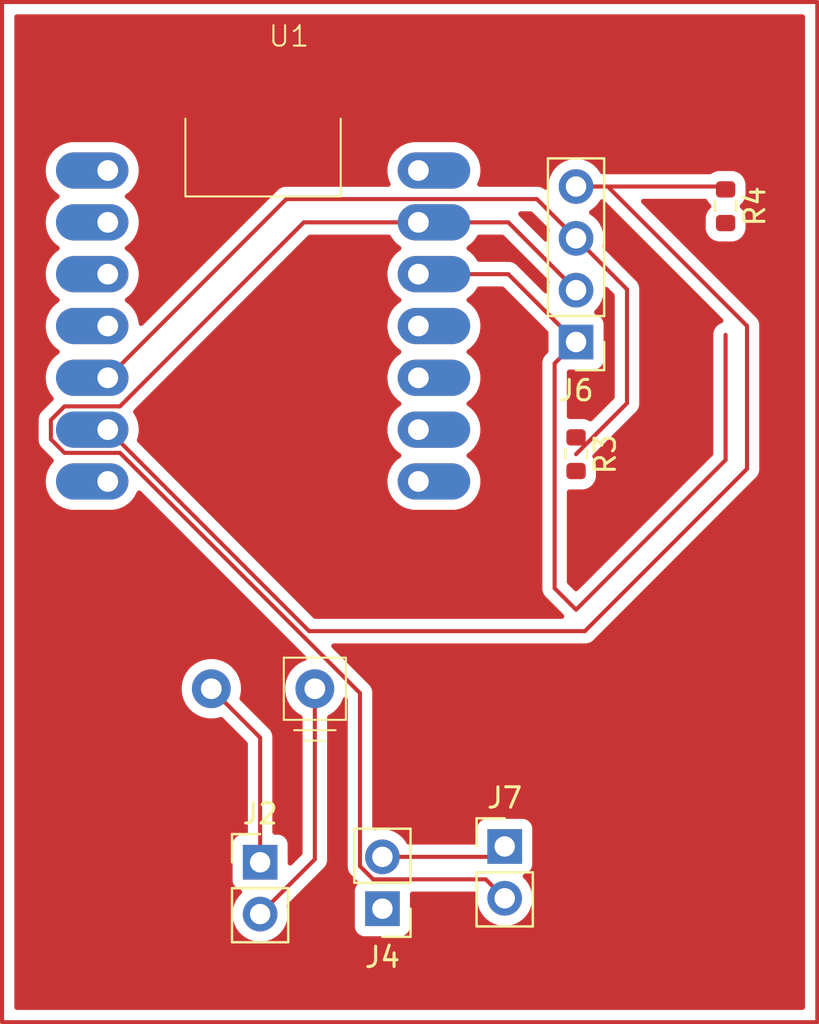
<source format=kicad_pcb>
(kicad_pcb (version 20241229) (generator "pcbnew") (generator_version "9.0")
  (title_block (title "Pet Activity & Proximity Tracker(Sensor PCB)") (date "2026-02-04") (rev "v0.1(draft)") (company "TECHIN514 - Mengqi Shi"))
  (layers (0 "F.Cu" signal) (2 "B.Cu" signal) (13 "F.Paste" user) (15 "B.Paste" user) (5 "F.SilkS" user "F.Silkscreen") (7 "B.SilkS" user "B.Silkscreen") (1 "F.Mask" user) (3 "B.Mask" user) (25 "Edge.Cuts" user))
  (net 0 "")
  (net 1 "Net-(J2-VBAT)")
  (net 2 "Net-(J2-GND)")
  (net 3 "Net-(J4-3V3)")
  (net 4 "Net-(J6-SCL)")
  (net 5 "Net-(J6-GND)")
  (net 6 "Net-(J6-SDA)")
  (footprint "Connector_PinHeader_2.54mm:PinHeader_1x02_P2.54mm_Vertical" (layer "F.Cu") (at 229.064661 153.604 180)
    (property "Reference" "J4" (at 0 -2.38 0) (layer "F.SilkS"))
    (property "Value" "J_LDO")
    (fp_line (start 1.38 1.27) (end 1.38 3.92) (stroke (width 0.12)) (layer "F.SilkS"))
    (fp_line (start -1.38 3.92) (end 1.38 3.92) (stroke (width 0.12)) (layer "F.SilkS"))
    (fp_line (start -1.38 1.27) (end 1.38 1.27) (stroke (width 0.12)) (layer "F.SilkS"))
    (fp_line (start -1.38 1.27) (end -1.38 3.92) (stroke (width 0.12)) (layer "F.SilkS"))
    (fp_line (start -1.38 0) (end -1.38 -1.38) (stroke (width 0.12)) (layer "F.SilkS"))
    (fp_line (start -1.38 -1.38) (end 0 -1.38) (stroke (width 0.12)) (layer "F.SilkS"))
    (pad "1" thru_hole rect (at 0 0 180) (size 1.7 1.7) (drill 1) (layers "*.Cu" "*.Mask") (net 1 "Net-(J2-VBAT)"))
    (pad "2" thru_hole circle (at 0 2.54 180) (size 1.7 1.7) (drill 1) (layers "*.Cu" "*.Mask") (net 3 "Net-(J4-3V3)"))
  )
  (footprint "Connector_PinHeader_2.54mm:PinHeader_1x02_P2.54mm_Vertical" (layer "F.Cu") (at 235.064661 150.554)
    (property "Reference" "J7" (at 0 -2.38 0) (layer "F.SilkS"))
    (property "Value" "J_PWR")
    (fp_line (start -1.38 -1.38) (end 0 -1.38) (stroke (width 0.12)) (layer "F.SilkS"))
    (fp_line (start -1.38 0) (end -1.38 -1.38) (stroke (width 0.12)) (layer "F.SilkS"))
    (fp_line (start -1.38 1.27) (end -1.38 3.92) (stroke (width 0.12)) (layer "F.SilkS"))
    (fp_line (start -1.38 1.27) (end 1.38 1.27) (stroke (width 0.12)) (layer "F.SilkS"))
    (fp_line (start -1.38 3.92) (end 1.38 3.92) (stroke (width 0.12)) (layer "F.SilkS"))
    (fp_line (start 1.38 1.27) (end 1.38 3.92) (stroke (width 0.12)) (layer "F.SilkS"))
    (pad "1" thru_hole rect (at 0 0) (size 1.7 1.7) (drill 1) (layers "*.Cu" "*.Mask") (net 3 "Net-(J4-3V3)"))
    (pad "2" thru_hole circle (at 0 2.54) (size 1.7 1.7) (drill 1) (layers "*.Cu" "*.Mask") (net 5 "Net-(J6-GND)"))
  )
  (footprint "Resistor_SMD:R_0603_1608Metric" (layer "F.Cu") (at 245.902161 119.175 -90)
    (property "Reference" "R4" (at 0 -1.43 270) (layer "F.SilkS"))
    (property "Value" "4.7kOhm")
    (fp_line (start -0.237258 0.5225) (end 0.237258 0.5225) (stroke (width 0.12)) (layer "F.SilkS"))
    (fp_line (start -0.237258 -0.5225) (end 0.237258 -0.5225) (stroke (width 0.12)) (layer "F.SilkS"))
    (pad "1" smd roundrect (at -0.825 0 270) (size 0.8 0.95) (layers "F.Cu" "F.Mask" "F.Paste") (net 4 "Net-(J6-SCL)"))
    (pad "2" smd roundrect (at 0.825 0 270) (size 0.8 0.95) (layers "F.Cu" "F.Mask" "F.Paste") (net 3 "Net-(J4-3V3)"))
  )
  (footprint "Resistor_SMD:R_0603_1608Metric" (layer "F.Cu") (at 238.564661 131.329 -90)
    (property "Reference" "R3" (at 0 -1.43 270) (layer "F.SilkS"))
    (property "Value" "4.7kOhm")
    (fp_line (start -0.237258 0.5225) (end 0.237258 0.5225) (stroke (width 0.12)) (layer "F.SilkS"))
    (fp_line (start -0.237258 -0.5225) (end 0.237258 -0.5225) (stroke (width 0.12)) (layer "F.SilkS"))
    (pad "1" smd roundrect (at -0.825 0 270) (size 0.8 0.95) (layers "F.Cu" "F.Mask" "F.Paste") (net 6 "Net-(J6-SDA)"))
    (pad "2" smd roundrect (at 0.825 0 270) (size 0.8 0.95) (layers "F.Cu" "F.Mask" "F.Paste") (net 3 "Net-(J4-3V3)"))
  )
  (footprint "ESP32footprint:XIAO_ESP32" (layer "F.Cu") (at 223.209661 125.044)
    (property "Reference" "U1" (at 1.27 -14.2 0) (layer "F.SilkS") (effects (font (thickness 0.1))))
    (property "Value" "~")
    (fp_line (start -3.81 -10.16) (end -3.81 -6.35) (stroke (width 0.1)) (layer "F.SilkS"))
    (fp_line (start -3.81 -6.35) (end 3.81 -6.35) (stroke (width 0.1)) (layer "F.SilkS"))
    (fp_line (start 1.016 16.256) (end 4.064 16.256) (stroke (width 0.1)) (layer "F.SilkS"))
    (fp_line (start 1.016 19.304) (end 1.016 16.256) (stroke (width 0.1)) (layer "F.SilkS"))
    (fp_line (start 1.524 19.812) (end 3.556 19.812) (stroke (width 0.1)) (layer "F.SilkS"))
    (fp_line (start 2.032 20.32) (end 3.048 20.32) (stroke (width 0.1)) (layer "F.SilkS"))
    (fp_line (start 3.81 -6.35) (end 3.81 -10.16) (stroke (width 0.1)) (layer "F.SilkS"))
    (fp_line (start 4.064 16.256) (end 4.064 19.304) (stroke (width 0.1)) (layer "F.SilkS"))
    (fp_line (start 4.064 19.304) (end 1.016 19.304) (stroke (width 0.1)) (layer "F.SilkS"))
    (pad "1" thru_hole oval (at -7.62 -7.62) (size 3.556 1.778) (drill 1.016 (offset -0.762 0)) (layers "*.Cu" "*.Mask"))
    (pad "2" thru_hole oval (at -7.62 -5.08) (size 3.556 1.778) (drill 1.016 (offset -0.762 0)) (layers "*.Cu" "*.Mask"))
    (pad "3" thru_hole oval (at -7.62 -2.54) (size 3.556 1.778) (drill 1.016 (offset -0.762 0)) (layers "*.Cu" "*.Mask"))
    (pad "4" thru_hole oval (at -7.62 0) (size 3.556 1.778) (drill 1.016 (offset -0.762 0)) (layers "*.Cu" "*.Mask"))
    (pad "5" thru_hole oval (at -7.62 2.54) (size 3.556 1.778) (drill 1.016 (offset -0.762 0)) (layers "*.Cu" "*.Mask") (net 6 "Net-(J6-SDA)"))
    (pad "6" thru_hole oval (at -7.62 5.08) (size 3.556 1.778) (drill 1.016 (offset -0.762 0)) (layers "*.Cu" "*.Mask") (net 4 "Net-(J6-SCL)"))
    (pad "7" thru_hole oval (at -7.62 7.62) (size 3.556 1.778) (drill 1.016 (offset -0.762 0)) (layers "*.Cu" "*.Mask"))
    (pad "8" thru_hole oval (at 7.62 7.62) (size 3.556 1.778) (drill 1.016 (offset 0.762 0)) (layers "*.Cu" "*.Mask"))
    (pad "9" thru_hole oval (at 7.62 5.08) (size 3.556 1.778) (drill 1.016 (offset 0.762 0)) (layers "*.Cu" "*.Mask"))
    (pad "10" thru_hole oval (at 7.62 2.54) (size 3.556 1.778) (drill 1.016 (offset 0.762 0)) (layers "*.Cu" "*.Mask"))
    (pad "11" thru_hole oval (at 7.62 0) (size 3.556 1.778) (drill 1.016 (offset 0.762 0)) (layers "*.Cu" "*.Mask"))
    (pad "12" thru_hole oval (at 7.62 -2.54) (size 3.556 1.778) (drill 1.016 (offset 0.762 0)) (layers "*.Cu" "*.Mask") (net 3 "Net-(J4-3V3)"))
    (pad "13" thru_hole oval (at 7.62 -5.08) (size 3.556 1.778) (drill 1.016 (offset 0.762 0)) (layers "*.Cu" "*.Mask") (net 5 "Net-(J6-GND)"))
    (pad "14" thru_hole oval (at 7.62 -7.62) (size 3.556 1.778) (drill 1.016 (offset 0.762 0)) (layers "*.Cu" "*.Mask"))
    (pad "15" thru_hole circle (at -2.54 17.78) (size 1.905 1.905) (drill 1.016) (layers "*.Cu" "*.Mask") (net 1 "Net-(J2-VBAT)"))
    (pad "16" thru_hole circle (at 2.54 17.78) (size 1.905 1.905) (drill 1.016) (layers "*.Cu" "*.Mask") (net 2 "Net-(J2-GND)"))
  )
  (footprint "Connector_PinHeader_2.54mm:PinHeader_1x04_P2.54mm_Vertical" (layer "F.Cu") (at 238.564661 125.829 180)
    (property "Reference" "J6" (at 0 -2.38 0) (layer "F.SilkS"))
    (property "Value" "J_IMU")
    (fp_line (start 1.38 1.27) (end 1.38 9) (stroke (width 0.12)) (layer "F.SilkS"))
    (fp_line (start -1.38 9) (end 1.38 9) (stroke (width 0.12)) (layer "F.SilkS"))
    (fp_line (start -1.38 1.27) (end 1.38 1.27) (stroke (width 0.12)) (layer "F.SilkS"))
    (fp_line (start -1.38 1.27) (end -1.38 9) (stroke (width 0.12)) (layer "F.SilkS"))
    (fp_line (start -1.38 0) (end -1.38 -1.38) (stroke (width 0.12)) (layer "F.SilkS"))
    (fp_line (start -1.38 -1.38) (end 0 -1.38) (stroke (width 0.12)) (layer "F.SilkS"))
    (pad "1" thru_hole rect (at 0 0 180) (size 1.7 1.7) (drill 1) (layers "*.Cu" "*.Mask") (net 3 "Net-(J4-3V3)"))
    (pad "2" thru_hole circle (at 0 2.54 180) (size 1.7 1.7) (drill 1) (layers "*.Cu" "*.Mask") (net 5 "Net-(J6-GND)"))
    (pad "3" thru_hole circle (at 0 5.08 180) (size 1.7 1.7) (drill 1) (layers "*.Cu" "*.Mask") (net 6 "Net-(J6-SDA)"))
    (pad "4" thru_hole circle (at 0 7.62 180) (size 1.7 1.7) (drill 1) (layers "*.Cu" "*.Mask") (net 4 "Net-(J6-SCL)"))
  )
  (footprint "Connector_PinHeader_2.54mm:PinHeader_1x02_P2.54mm_Vertical" (layer "F.Cu") (at 223.064661 151.329)
    (property "Reference" "J2" (at 0 -2.38 0) (layer "F.SilkS"))
    (property "Value" "J_BAT")
    (fp_line (start -1.38 -1.38) (end 0 -1.38) (stroke (width 0.12)) (layer "F.SilkS"))
    (fp_line (start -1.38 0) (end -1.38 -1.38) (stroke (width 0.12)) (layer "F.SilkS"))
    (fp_line (start -1.38 1.27) (end -1.38 3.92) (stroke (width 0.12)) (layer "F.SilkS"))
    (fp_line (start -1.38 1.27) (end 1.38 1.27) (stroke (width 0.12)) (layer "F.SilkS"))
    (fp_line (start -1.38 3.92) (end 1.38 3.92) (stroke (width 0.12)) (layer "F.SilkS"))
    (fp_line (start 1.38 1.27) (end 1.38 3.92) (stroke (width 0.12)) (layer "F.SilkS"))
    (pad "1" thru_hole rect (at 0 0) (size 1.7 1.7) (drill 1) (layers "*.Cu" "*.Mask") (net 1 "Net-(J2-VBAT)"))
    (pad "2" thru_hole circle (at 0 2.54) (size 1.7 1.7) (drill 1) (layers "*.Cu" "*.Mask") (net 2 "Net-(J2-GND)"))
  )
  (gr_rect (start 210.402161 109.1665) (end 250.402161 159.1665) (stroke (width 0.2)) (fill no) (layer "F.Cu"))
  (segment (start 223.064661 151.329) (end 223.064661 145.219) (width 0.2) (layer "F.Cu") (net 1))
  (segment (start 223.064661 145.219) (end 220.669661 142.824) (width 0.2) (layer "F.Cu") (net 1))
  (segment (start 223.064661 153.869) (end 225.749661 151.184) (width 0.2) (layer "F.Cu") (net 2))
  (segment (start 225.749661 151.184) (end 225.749661 142.824) (width 0.2) (layer "F.Cu") (net 2))
  (segment (start 245.902161 131.6115) (end 238.564661 138.949) (width 0.2) (layer "F.Cu") (net 3))
  (segment (start 230.829661 122.504) (end 235.239661 122.504) (width 0.2) (layer "F.Cu") (net 3))
  (segment (start 235.239661 122.504) (end 238.564661 125.829) (width 0.2) (layer "F.Cu") (net 3))
  (segment (start 237.513661 137.898) (end 237.513661 126.88) (width 0.2) (layer "F.Cu") (net 3))
  (segment (start 238.564661 138.949) (end 237.513661 137.898) (width 0.2) (layer "F.Cu") (net 3))
  (segment (start 229.064661 151.064) (end 234.554661 151.064) (width 0.2) (layer "F.Cu") (net 3))
  (segment (start 234.554661 151.064) (end 235.064661 150.554) (width 0.2) (layer "F.Cu") (net 3))
  (segment (start 237.513661 126.88) (end 238.564661 125.829) (width 0.2) (layer "F.Cu") (net 3))
  (segment (start 245.902161 125.4765) (end 245.902161 131.6115) (width 0.2) (layer "F.Cu") (net 3))
  (segment (start 245.761161 118.209) (end 245.902161 118.35) (width 0.2) (layer "F.Cu") (net 4))
  (segment (start 238.564661 118.209) (end 240.121 118.209) (width 0.2) (layer "F.Cu") (net 4))
  (segment (start 246.953161 132.046839) (end 239 140) (width 0.2) (layer "F.Cu") (net 4))
  (segment (start 238.564661 118.209) (end 245.761161 118.209) (width 0.2) (layer "F.Cu") (net 4))
  (segment (start 239 140) (end 225.465661 140) (width 0.2) (layer "F.Cu") (net 4))
  (segment (start 240.121 118.209) (end 246.953161 125.041161) (width 0.2) (layer "F.Cu") (net 4))
  (segment (start 225.465661 140) (end 215.589661 130.124) (width 0.2) (layer "F.Cu") (net 4))
  (segment (start 246.953161 125.041161) (end 246.953161 132.046839) (width 0.2) (layer "F.Cu") (net 4))
  (segment (start 212.798661 130.596203) (end 212.798661 129.651797) (width 0.2) (layer "F.Cu") (net 5))
  (segment (start 213.466458 131.264) (end 212.798661 130.596203) (width 0.2) (layer "F.Cu") (net 5))
  (segment (start 228.608611 152.165) (end 227.963661 151.52005) (width 0.2) (layer "F.Cu") (net 5))
  (segment (start 216.188864 128.984) (end 225.208864 119.964) (width 0.2) (layer "F.Cu") (net 5))
  (segment (start 216.188864 131.264) (end 213.466458 131.264) (width 0.2) (layer "F.Cu") (net 5))
  (segment (start 213.466458 128.984) (end 216.188864 128.984) (width 0.2) (layer "F.Cu") (net 5))
  (segment (start 212.798661 129.651797) (end 213.466458 128.984) (width 0.2) (layer "F.Cu") (net 5))
  (segment (start 230.829661 119.964) (end 235.239661 119.964) (width 0.2) (layer "F.Cu") (net 5))
  (segment (start 234.135661 152.165) (end 228.608611 152.165) (width 0.2) (layer "F.Cu") (net 5))
  (segment (start 235.239661 119.964) (end 238.564661 123.289) (width 0.2) (layer "F.Cu") (net 5))
  (segment (start 227.963661 151.52005) (end 227.963661 143.038797) (width 0.2) (layer "F.Cu") (net 5))
  (segment (start 235.064661 153.094) (end 234.135661 152.165) (width 0.2) (layer "F.Cu") (net 5))
  (segment (start 225.208864 119.964) (end 230.829661 119.964) (width 0.2) (layer "F.Cu") (net 5))
  (segment (start 227.963661 143.038797) (end 216.188864 131.264) (width 0.2) (layer "F.Cu") (net 5))
  (segment (start 241.064661 123.249) (end 238.564661 120.749) (width 0.2) (layer "F.Cu") (net 6))
  (segment (start 238.564661 120.749) (end 236.639661 118.824) (width 0.2) (layer "F.Cu") (net 6))
  (segment (start 224.349661 118.824) (end 215.589661 127.584) (width 0.2) (layer "F.Cu") (net 6))
  (segment (start 215.224661 127.949) (end 215.589661 127.584) (width 0.2) (layer "F.Cu") (net 6))
  (segment (start 241.064661 128.829) (end 241.064661 123.249) (width 0.2) (layer "F.Cu") (net 6))
  (segment (start 236.639661 118.824) (end 224.349661 118.824) (width 0.2) (layer "F.Cu") (net 6))
  (segment (start 238.564661 131.329) (end 241.064661 128.829) (width 0.2) (layer "F.Cu") (net 6))
  (zone (net 0) (net_name "") (layer "F.Cu") (connect_pads (clearance 0.5)) (min_thickness 0.25) (fill yes (thermal_gap 0.5) (thermal_bridge_width 0.5) (island_removal_mode 1) (island_area_min 10))
    (polygon (pts (xy 210.402161 109.1665) (xy 250.402161 109.1665) (xy 250.402161 159.1665) (xy 210.402161 159.1665)))
  )
)
</source>
